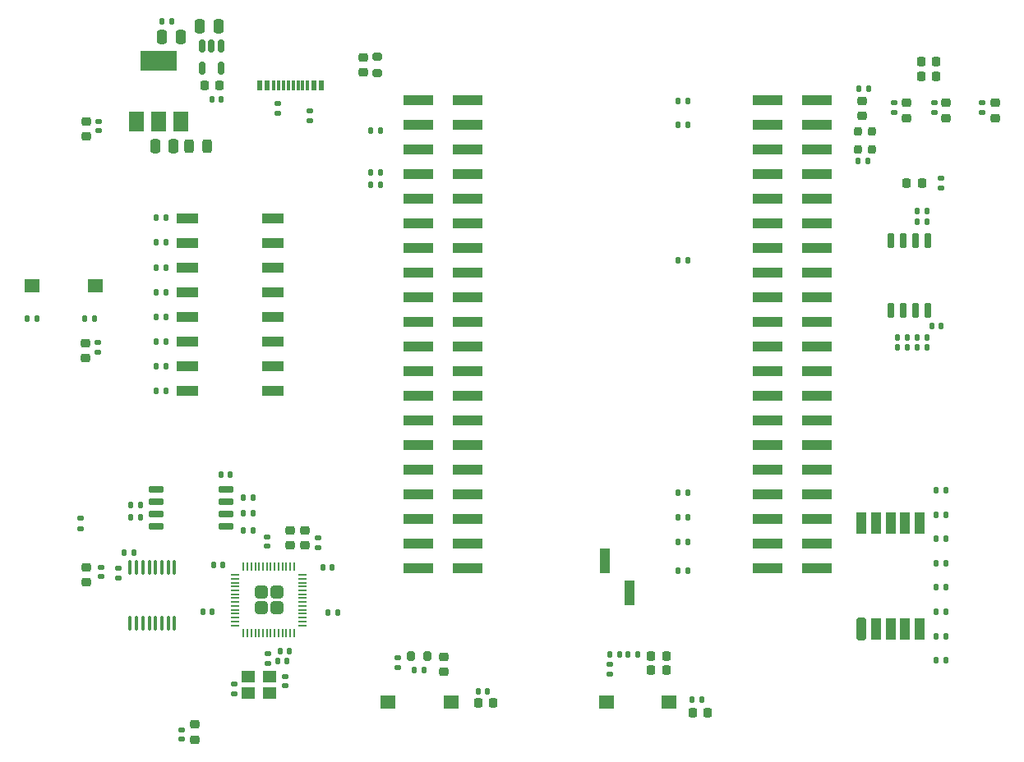
<source format=gbr>
G04 #@! TF.GenerationSoftware,KiCad,Pcbnew,7.0.9-7.0.9~ubuntu22.04.1*
G04 #@! TF.CreationDate,2023-12-15T15:20:44-05:00*
G04 #@! TF.ProjectId,tinytapeout-demo,74696e79-7461-4706-956f-75742d64656d,0.9.4*
G04 #@! TF.SameCoordinates,PX35e1f20PY8044ea0*
G04 #@! TF.FileFunction,Paste,Top*
G04 #@! TF.FilePolarity,Positive*
%FSLAX46Y46*%
G04 Gerber Fmt 4.6, Leading zero omitted, Abs format (unit mm)*
G04 Created by KiCad (PCBNEW 7.0.9-7.0.9~ubuntu22.04.1) date 2023-12-15 15:20:44*
%MOMM*%
%LPD*%
G01*
G04 APERTURE LIST*
G04 Aperture macros list*
%AMRoundRect*
0 Rectangle with rounded corners*
0 $1 Rounding radius*
0 $2 $3 $4 $5 $6 $7 $8 $9 X,Y pos of 4 corners*
0 Add a 4 corners polygon primitive as box body*
4,1,4,$2,$3,$4,$5,$6,$7,$8,$9,$2,$3,0*
0 Add four circle primitives for the rounded corners*
1,1,$1+$1,$2,$3*
1,1,$1+$1,$4,$5*
1,1,$1+$1,$6,$7*
1,1,$1+$1,$8,$9*
0 Add four rect primitives between the rounded corners*
20,1,$1+$1,$2,$3,$4,$5,0*
20,1,$1+$1,$4,$5,$6,$7,0*
20,1,$1+$1,$6,$7,$8,$9,0*
20,1,$1+$1,$8,$9,$2,$3,0*%
G04 Aperture macros list end*
%ADD10RoundRect,0.225000X0.225000X0.250000X-0.225000X0.250000X-0.225000X-0.250000X0.225000X-0.250000X0*%
%ADD11RoundRect,0.135000X0.185000X-0.135000X0.185000X0.135000X-0.185000X0.135000X-0.185000X-0.135000X0*%
%ADD12RoundRect,0.225000X-0.250000X0.225000X-0.250000X-0.225000X0.250000X-0.225000X0.250000X0.225000X0*%
%ADD13RoundRect,0.140000X-0.140000X-0.170000X0.140000X-0.170000X0.140000X0.170000X-0.140000X0.170000X0*%
%ADD14RoundRect,0.135000X-0.185000X0.135000X-0.185000X-0.135000X0.185000X-0.135000X0.185000X0.135000X0*%
%ADD15RoundRect,0.135000X0.135000X0.185000X-0.135000X0.185000X-0.135000X-0.185000X0.135000X-0.185000X0*%
%ADD16R,0.600000X1.100000*%
%ADD17R,0.300000X1.100000*%
%ADD18RoundRect,0.250000X0.250000X0.475000X-0.250000X0.475000X-0.250000X-0.475000X0.250000X-0.475000X0*%
%ADD19RoundRect,0.135000X-0.135000X-0.185000X0.135000X-0.185000X0.135000X0.185000X-0.135000X0.185000X0*%
%ADD20RoundRect,0.140000X-0.170000X0.140000X-0.170000X-0.140000X0.170000X-0.140000X0.170000X0.140000X0*%
%ADD21RoundRect,0.200000X0.200000X0.275000X-0.200000X0.275000X-0.200000X-0.275000X0.200000X-0.275000X0*%
%ADD22RoundRect,0.140000X0.170000X-0.140000X0.170000X0.140000X-0.170000X0.140000X-0.170000X-0.140000X0*%
%ADD23R,1.400000X1.200000*%
%ADD24RoundRect,0.225000X-0.225000X-0.250000X0.225000X-0.250000X0.225000X0.250000X-0.225000X0.250000X0*%
%ADD25RoundRect,0.140000X0.140000X0.170000X-0.140000X0.170000X-0.140000X-0.170000X0.140000X-0.170000X0*%
%ADD26RoundRect,0.225000X0.250000X-0.225000X0.250000X0.225000X-0.250000X0.225000X-0.250000X-0.225000X0*%
%ADD27R,1.500000X1.400000*%
%ADD28R,1.000000X2.510000*%
%ADD29R,2.200000X1.100000*%
%ADD30RoundRect,0.150000X-0.150000X0.650000X-0.150000X-0.650000X0.150000X-0.650000X0.150000X0.650000X0*%
%ADD31RoundRect,0.200000X0.300000X-0.950000X0.300000X0.950000X-0.300000X0.950000X-0.300000X-0.950000X0*%
%ADD32R,1.000000X2.300000*%
%ADD33RoundRect,0.150000X-0.650000X-0.150000X0.650000X-0.150000X0.650000X0.150000X-0.650000X0.150000X0*%
%ADD34RoundRect,0.249999X-0.395001X-0.395001X0.395001X-0.395001X0.395001X0.395001X-0.395001X0.395001X0*%
%ADD35RoundRect,0.050000X-0.387500X-0.050000X0.387500X-0.050000X0.387500X0.050000X-0.387500X0.050000X0*%
%ADD36RoundRect,0.050000X-0.050000X-0.387500X0.050000X-0.387500X0.050000X0.387500X-0.050000X0.387500X0*%
%ADD37RoundRect,0.243750X0.243750X0.456250X-0.243750X0.456250X-0.243750X-0.456250X0.243750X-0.456250X0*%
%ADD38RoundRect,0.200000X0.200000X0.250000X-0.200000X0.250000X-0.200000X-0.250000X0.200000X-0.250000X0*%
%ADD39RoundRect,0.200000X0.275000X-0.200000X0.275000X0.200000X-0.275000X0.200000X-0.275000X-0.200000X0*%
%ADD40RoundRect,0.100000X0.100000X-0.637500X0.100000X0.637500X-0.100000X0.637500X-0.100000X-0.637500X0*%
%ADD41RoundRect,0.150000X-0.150000X0.512500X-0.150000X-0.512500X0.150000X-0.512500X0.150000X0.512500X0*%
%ADD42R,1.500000X2.000000*%
%ADD43R,3.800000X2.000000*%
%ADD44R,3.150000X1.000000*%
%ADD45RoundRect,0.218750X0.256250X-0.218750X0.256250X0.218750X-0.256250X0.218750X-0.256250X-0.218750X0*%
%ADD46RoundRect,0.250000X-0.250000X-0.475000X0.250000X-0.475000X0.250000X0.475000X-0.250000X0.475000X0*%
%ADD47RoundRect,0.218750X-0.218750X-0.256250X0.218750X-0.256250X0.218750X0.256250X-0.218750X0.256250X0*%
G04 APERTURE END LIST*
D10*
G04 #@! TO.C,C21*
X94775000Y74500000D03*
X93225000Y74500000D03*
G04 #@! TD*
D11*
G04 #@! TO.C,R15*
X99500000Y70790000D03*
X99500000Y71810000D03*
G04 #@! TD*
D12*
G04 #@! TO.C,C32*
X28200000Y27700000D03*
X28200000Y26150000D03*
G04 #@! TD*
D13*
G04 #@! TO.C,C23*
X68195000Y72000000D03*
X69155000Y72000000D03*
G04 #@! TD*
G04 #@! TO.C,C36*
X26920000Y14250000D03*
X27880000Y14250000D03*
G04 #@! TD*
D14*
G04 #@! TO.C,R20*
X26900000Y71710000D03*
X26900000Y70690000D03*
G04 #@! TD*
D15*
G04 #@! TO.C,R38*
X24360000Y31050000D03*
X23340000Y31050000D03*
G04 #@! TD*
D16*
G04 #@! TO.C,J15*
X31450000Y73550000D03*
X30650000Y73550000D03*
D17*
X29500000Y73550000D03*
X28500000Y73550000D03*
X28000000Y73550000D03*
X27000000Y73550000D03*
D16*
X25050000Y73550000D03*
X25850000Y73550000D03*
D17*
X26500000Y73550000D03*
X27500000Y73550000D03*
X29000000Y73550000D03*
X30000000Y73550000D03*
G04 #@! TD*
D18*
G04 #@! TO.C,C6*
X16190000Y67290000D03*
X14290000Y67290000D03*
G04 #@! TD*
D19*
G04 #@! TO.C,R5*
X14390000Y52271429D03*
X15410000Y52271429D03*
G04 #@! TD*
D20*
G04 #@! TO.C,C56*
X8700000Y23880000D03*
X8700000Y22920000D03*
G04 #@! TD*
D18*
G04 #@! TO.C,C7*
X20800000Y79700000D03*
X18900000Y79700000D03*
G04 #@! TD*
D21*
G04 #@! TO.C,R7*
X42325000Y14750000D03*
X40675000Y14750000D03*
G04 #@! TD*
D19*
G04 #@! TO.C,R1*
X14390000Y42100000D03*
X15410000Y42100000D03*
G04 #@! TD*
D22*
G04 #@! TO.C,C29*
X22400000Y10870000D03*
X22400000Y11830000D03*
G04 #@! TD*
D13*
G04 #@! TO.C,C24*
X68195000Y29000000D03*
X69155000Y29000000D03*
G04 #@! TD*
G04 #@! TO.C,C8*
X47595000Y11100000D03*
X48555000Y11100000D03*
G04 #@! TD*
D23*
G04 #@! TO.C,Y1*
X23900000Y10900000D03*
X26100000Y10900000D03*
X26100000Y12600000D03*
X23900000Y12600000D03*
G04 #@! TD*
D11*
G04 #@! TO.C,R18*
X90400000Y70790000D03*
X90400000Y71810000D03*
G04 #@! TD*
D20*
G04 #@! TO.C,C58*
X8500000Y69880000D03*
X8500000Y68920000D03*
G04 #@! TD*
D13*
G04 #@! TO.C,C27*
X11120000Y25400000D03*
X12080000Y25400000D03*
G04 #@! TD*
D19*
G04 #@! TO.C,R11*
X14390000Y59900000D03*
X15410000Y59900000D03*
G04 #@! TD*
D24*
G04 #@! TO.C,C16*
X65400000Y13260000D03*
X66950000Y13260000D03*
G04 #@! TD*
D15*
G04 #@! TO.C,R43*
X93810000Y59500000D03*
X92790000Y59500000D03*
G04 #@! TD*
D22*
G04 #@! TO.C,C4*
X17020000Y6165000D03*
X17020000Y7125000D03*
G04 #@! TD*
D15*
G04 #@! TO.C,R24*
X95765000Y26808572D03*
X94745000Y26808572D03*
G04 #@! TD*
G04 #@! TO.C,R22*
X95765000Y31820000D03*
X94745000Y31820000D03*
G04 #@! TD*
D19*
G04 #@! TO.C,R3*
X14390000Y47185715D03*
X15410000Y47185715D03*
G04 #@! TD*
D13*
G04 #@! TO.C,C2*
X63020000Y14900000D03*
X63980000Y14900000D03*
G04 #@! TD*
D25*
G04 #@! TO.C,C18*
X69155000Y26500000D03*
X68195000Y26500000D03*
G04 #@! TD*
D14*
G04 #@! TO.C,R41*
X39250000Y14547500D03*
X39250000Y13527500D03*
G04 #@! TD*
D26*
G04 #@! TO.C,C42*
X87100000Y70425000D03*
X87100000Y71975000D03*
G04 #@! TD*
D27*
G04 #@! TO.C,SW2*
X67250000Y10000000D03*
X60750000Y10000000D03*
G04 #@! TD*
D11*
G04 #@! TO.C,R8*
X61100000Y12890000D03*
X61100000Y13910000D03*
G04 #@! TD*
D25*
G04 #@! TO.C,C28*
X87680000Y65800000D03*
X86720000Y65800000D03*
G04 #@! TD*
D13*
G04 #@! TO.C,C35*
X32120000Y19200000D03*
X33080000Y19200000D03*
G04 #@! TD*
D28*
G04 #@! TO.C,J7*
X63190000Y21245000D03*
X60650000Y24555000D03*
G04 #@! TD*
D19*
G04 #@! TO.C,R12*
X40990000Y13250000D03*
X42010000Y13250000D03*
G04 #@! TD*
D10*
G04 #@! TO.C,C25*
X94775000Y76040000D03*
X93225000Y76040000D03*
G04 #@! TD*
D12*
G04 #@! TO.C,C5*
X18400000Y7675000D03*
X18400000Y6125000D03*
G04 #@! TD*
D19*
G04 #@! TO.C,R13*
X61090000Y14900000D03*
X62110000Y14900000D03*
G04 #@! TD*
D14*
G04 #@! TO.C,R21*
X30200000Y70910000D03*
X30200000Y69890000D03*
G04 #@! TD*
D19*
G04 #@! TO.C,R42*
X86790000Y73200000D03*
X87810000Y73200000D03*
G04 #@! TD*
G04 #@! TO.C,R2*
X14390000Y44642858D03*
X15410000Y44642858D03*
G04 #@! TD*
D29*
G04 #@! TO.C,SW4*
X17600000Y59890000D03*
X17600000Y57350000D03*
X17600000Y54810000D03*
X17600000Y52270000D03*
X17600000Y49730000D03*
X17600000Y47190000D03*
X17600000Y44650000D03*
X17600000Y42110000D03*
X26400000Y42110000D03*
X26400000Y44650000D03*
X26400000Y47190000D03*
X26400000Y49730000D03*
X26400000Y52270000D03*
X26400000Y54810000D03*
X26400000Y57350000D03*
X26400000Y59890000D03*
G04 #@! TD*
D14*
G04 #@! TO.C,R19*
X95250000Y64010000D03*
X95250000Y62990000D03*
G04 #@! TD*
D30*
G04 #@! TO.C,U7*
X93905000Y57600000D03*
X92635000Y57600000D03*
X91365000Y57600000D03*
X90095000Y57600000D03*
X90095000Y50400000D03*
X91365000Y50400000D03*
X92635000Y50400000D03*
X93905000Y50400000D03*
G04 #@! TD*
D20*
G04 #@! TO.C,C30*
X27700000Y12630000D03*
X27700000Y11670000D03*
G04 #@! TD*
D15*
G04 #@! TO.C,R28*
X95765000Y16785716D03*
X94745000Y16785716D03*
G04 #@! TD*
D25*
G04 #@! TO.C,C39*
X21280000Y24100000D03*
X20320000Y24100000D03*
G04 #@! TD*
D31*
G04 #@! TO.C,U1*
X87050000Y17550000D03*
D32*
X88550000Y17550000D03*
X90050000Y17550000D03*
X91550000Y17550000D03*
X93050000Y17550000D03*
X93050000Y28450000D03*
X91550000Y28450000D03*
X90050000Y28450000D03*
X88550000Y28450000D03*
X87050000Y28450000D03*
G04 #@! TD*
D15*
G04 #@! TO.C,R23*
X95765000Y29314286D03*
X94745000Y29314286D03*
G04 #@! TD*
D25*
G04 #@! TO.C,C38*
X20180000Y19300000D03*
X19220000Y19300000D03*
G04 #@! TD*
D15*
G04 #@! TO.C,R45*
X93810000Y47600000D03*
X92790000Y47600000D03*
G04 #@! TD*
D33*
G04 #@! TO.C,U5*
X14400000Y31905000D03*
X14400000Y30635000D03*
X14400000Y29365000D03*
X14400000Y28095000D03*
X21600000Y28095000D03*
X21600000Y29365000D03*
X21600000Y30635000D03*
X21600000Y31905000D03*
G04 #@! TD*
D26*
G04 #@! TO.C,C37*
X29700000Y26125000D03*
X29700000Y27675000D03*
G04 #@! TD*
D19*
G04 #@! TO.C,R35*
X11740000Y29035000D03*
X12760000Y29035000D03*
G04 #@! TD*
D34*
G04 #@! TO.C,U6*
X25200000Y21300000D03*
X25200000Y19700000D03*
X26800000Y21300000D03*
X26800000Y19700000D03*
D35*
X22562500Y23100000D03*
X22562500Y22700000D03*
X22562500Y22300000D03*
X22562500Y21900000D03*
X22562500Y21500000D03*
X22562500Y21100000D03*
X22562500Y20700000D03*
X22562500Y20300000D03*
X22562500Y19900000D03*
X22562500Y19500000D03*
X22562500Y19100000D03*
X22562500Y18700000D03*
X22562500Y18300000D03*
X22562500Y17900000D03*
D36*
X23400000Y17062500D03*
X23800000Y17062500D03*
X24200000Y17062500D03*
X24600000Y17062500D03*
X25000000Y17062500D03*
X25400000Y17062500D03*
X25800000Y17062500D03*
X26200000Y17062500D03*
X26600000Y17062500D03*
X27000000Y17062500D03*
X27400000Y17062500D03*
X27800000Y17062500D03*
X28200000Y17062500D03*
X28600000Y17062500D03*
D35*
X29437500Y17900000D03*
X29437500Y18300000D03*
X29437500Y18700000D03*
X29437500Y19100000D03*
X29437500Y19500000D03*
X29437500Y19900000D03*
X29437500Y20300000D03*
X29437500Y20700000D03*
X29437500Y21100000D03*
X29437500Y21500000D03*
X29437500Y21900000D03*
X29437500Y22300000D03*
X29437500Y22700000D03*
X29437500Y23100000D03*
D36*
X28600000Y23937500D03*
X28200000Y23937500D03*
X27800000Y23937500D03*
X27400000Y23937500D03*
X27000000Y23937500D03*
X26600000Y23937500D03*
X26200000Y23937500D03*
X25800000Y23937500D03*
X25400000Y23937500D03*
X25000000Y23937500D03*
X24600000Y23937500D03*
X24200000Y23937500D03*
X23800000Y23937500D03*
X23400000Y23937500D03*
G04 #@! TD*
D22*
G04 #@! TO.C,C33*
X31100000Y25920000D03*
X31100000Y26880000D03*
G04 #@! TD*
D15*
G04 #@! TO.C,R27*
X95765000Y19291430D03*
X94745000Y19291430D03*
G04 #@! TD*
D13*
G04 #@! TO.C,C20*
X68195000Y55500000D03*
X69155000Y55500000D03*
G04 #@! TD*
D10*
G04 #@! TO.C,C9*
X49150000Y9900000D03*
X47600000Y9900000D03*
G04 #@! TD*
D37*
G04 #@! TO.C,F1*
X19627500Y67302500D03*
X17752500Y67302500D03*
G04 #@! TD*
D13*
G04 #@! TO.C,C12*
X15020000Y80200000D03*
X15980000Y80200000D03*
G04 #@! TD*
D19*
G04 #@! TO.C,R40*
X11740000Y30335000D03*
X12760000Y30335000D03*
G04 #@! TD*
D11*
G04 #@! TO.C,R37*
X25900000Y13990000D03*
X25900000Y15010000D03*
G04 #@! TD*
D13*
G04 #@! TO.C,C26*
X68195000Y23500000D03*
X69155000Y23500000D03*
G04 #@! TD*
G04 #@! TO.C,C19*
X68195000Y69500000D03*
X69155000Y69500000D03*
G04 #@! TD*
D38*
G04 #@! TO.C,X1*
X88125000Y66975000D03*
X88125000Y68825000D03*
X86675000Y68825000D03*
X86675000Y66975000D03*
G04 #@! TD*
D10*
G04 #@! TO.C,C15*
X71225000Y8900000D03*
X69675000Y8900000D03*
G04 #@! TD*
D27*
G04 #@! TO.C,SW3*
X1650000Y52900000D03*
X8150000Y52900000D03*
G04 #@! TD*
D39*
G04 #@! TO.C,R16*
X37200000Y74875000D03*
X37200000Y76525000D03*
G04 #@! TD*
D24*
G04 #@! TO.C,C17*
X65400000Y14760000D03*
X66950000Y14760000D03*
G04 #@! TD*
D40*
G04 #@! TO.C,U4*
X11725000Y18137500D03*
X12375000Y18137500D03*
X13025000Y18137500D03*
X13675000Y18137500D03*
X14325000Y18137500D03*
X14975000Y18137500D03*
X15625000Y18137500D03*
X16275000Y18137500D03*
X16275000Y23862500D03*
X15625000Y23862500D03*
X14975000Y23862500D03*
X14325000Y23862500D03*
X13675000Y23862500D03*
X13025000Y23862500D03*
X12375000Y23862500D03*
X11725000Y23862500D03*
G04 #@! TD*
D27*
G04 #@! TO.C,SW1*
X44750000Y10000000D03*
X38250000Y10000000D03*
G04 #@! TD*
D26*
G04 #@! TO.C,C3*
X35700000Y74925000D03*
X35700000Y76475000D03*
G04 #@! TD*
D11*
G04 #@! TO.C,R17*
X94550000Y70790000D03*
X94550000Y71810000D03*
G04 #@! TD*
D13*
G04 #@! TO.C,C34*
X31570000Y23900000D03*
X32530000Y23900000D03*
G04 #@! TD*
D15*
G04 #@! TO.C,R31*
X37510000Y64600000D03*
X36490000Y64600000D03*
G04 #@! TD*
D41*
G04 #@! TO.C,U3*
X21050000Y77637500D03*
X20100000Y77637500D03*
X19150000Y77637500D03*
X19150000Y75362500D03*
X21050000Y75362500D03*
G04 #@! TD*
D20*
G04 #@! TO.C,C60*
X8400000Y47030000D03*
X8400000Y46070000D03*
G04 #@! TD*
D42*
G04 #@! TO.C,U2*
X12350000Y69850000D03*
X14650000Y69850000D03*
D43*
X14650000Y76150000D03*
D42*
X16950000Y69850000D03*
G04 #@! TD*
D15*
G04 #@! TO.C,R25*
X95765000Y24302858D03*
X94745000Y24302858D03*
G04 #@! TD*
G04 #@! TO.C,R29*
X95765000Y14280000D03*
X94745000Y14280000D03*
G04 #@! TD*
D26*
G04 #@! TO.C,C61*
X7150000Y45425000D03*
X7150000Y46975000D03*
G04 #@! TD*
D15*
G04 #@! TO.C,R47*
X93810000Y46600000D03*
X92790000Y46600000D03*
G04 #@! TD*
D19*
G04 #@! TO.C,R6*
X14390000Y54814286D03*
X15410000Y54814286D03*
G04 #@! TD*
D10*
G04 #@! TO.C,C11*
X20925000Y73600000D03*
X19375000Y73600000D03*
G04 #@! TD*
D44*
G04 #@! TO.C,J4*
X41395000Y72030000D03*
X46445000Y72030000D03*
X41395000Y69490000D03*
X46445000Y69490000D03*
X41395000Y66950000D03*
X46445000Y66950000D03*
X41395000Y64410000D03*
X46445000Y64410000D03*
X41395000Y61870000D03*
X46445000Y61870000D03*
X41395000Y59330000D03*
X46445000Y59330000D03*
X41395000Y56790000D03*
X46445000Y56790000D03*
X41395000Y54250000D03*
X46445000Y54250000D03*
X41395000Y51710000D03*
X46445000Y51710000D03*
X41395000Y49170000D03*
X46445000Y49170000D03*
X41395000Y46630000D03*
X46445000Y46630000D03*
X41395000Y44090000D03*
X46445000Y44090000D03*
X41395000Y41550000D03*
X46445000Y41550000D03*
X41395000Y39010000D03*
X46445000Y39010000D03*
X41395000Y36470000D03*
X46445000Y36470000D03*
X41395000Y33930000D03*
X46445000Y33930000D03*
X41395000Y31390000D03*
X46445000Y31390000D03*
X41395000Y28850000D03*
X46445000Y28850000D03*
X41395000Y26310000D03*
X46445000Y26310000D03*
X41395000Y23770000D03*
X46445000Y23770000D03*
X77395000Y72030000D03*
X82445000Y72030000D03*
X77395000Y69490000D03*
X82445000Y69490000D03*
X77395000Y66950000D03*
X82445000Y66950000D03*
X77395000Y64410000D03*
X82445000Y64410000D03*
X77395000Y61870000D03*
X82445000Y61870000D03*
X77395000Y59330000D03*
X82445000Y59330000D03*
X77395000Y56790000D03*
X82445000Y56790000D03*
X77395000Y54250000D03*
X82445000Y54250000D03*
X77395000Y51710000D03*
X82445000Y51710000D03*
X77395000Y49170000D03*
X82445000Y49170000D03*
X77395000Y46630000D03*
X82445000Y46630000D03*
X77395000Y44090000D03*
X82445000Y44090000D03*
X77395000Y41550000D03*
X82445000Y41550000D03*
X77395000Y39010000D03*
X82445000Y39010000D03*
X77395000Y36470000D03*
X82445000Y36470000D03*
X77395000Y33930000D03*
X82445000Y33930000D03*
X77395000Y31390000D03*
X82445000Y31390000D03*
X77395000Y28850000D03*
X82445000Y28850000D03*
X77395000Y26310000D03*
X82445000Y26310000D03*
X77395000Y23770000D03*
X82445000Y23770000D03*
G04 #@! TD*
D25*
G04 #@! TO.C,C43*
X95280000Y48800000D03*
X94320000Y48800000D03*
G04 #@! TD*
D19*
G04 #@! TO.C,R10*
X14390000Y57357143D03*
X15410000Y57357143D03*
G04 #@! TD*
D45*
G04 #@! TO.C,D2*
X95800000Y70212500D03*
X95800000Y71787500D03*
G04 #@! TD*
D19*
G04 #@! TO.C,R30*
X36490000Y68900000D03*
X37510000Y68900000D03*
G04 #@! TD*
D15*
G04 #@! TO.C,R44*
X93810000Y60600000D03*
X92790000Y60600000D03*
G04 #@! TD*
G04 #@! TO.C,R26*
X95765000Y21797144D03*
X94745000Y21797144D03*
G04 #@! TD*
D22*
G04 #@! TO.C,C41*
X25800000Y26070000D03*
X25800000Y27030000D03*
G04 #@! TD*
D25*
G04 #@! TO.C,C13*
X21080000Y72100000D03*
X20120000Y72100000D03*
G04 #@! TD*
D15*
G04 #@! TO.C,R48*
X91810000Y47600000D03*
X90790000Y47600000D03*
G04 #@! TD*
D26*
G04 #@! TO.C,C57*
X7200000Y22325000D03*
X7200000Y23875000D03*
G04 #@! TD*
D13*
G04 #@! TO.C,C14*
X69620000Y10200000D03*
X70580000Y10200000D03*
G04 #@! TD*
D45*
G04 #@! TO.C,D3*
X91700000Y70212500D03*
X91700000Y71787500D03*
G04 #@! TD*
D15*
G04 #@! TO.C,R34*
X24410000Y29450000D03*
X23390000Y29450000D03*
G04 #@! TD*
D19*
G04 #@! TO.C,R9*
X6990000Y49500000D03*
X8010000Y49500000D03*
G04 #@! TD*
D15*
G04 #@! TO.C,R46*
X91810000Y46600000D03*
X90790000Y46600000D03*
G04 #@! TD*
D14*
G04 #@! TO.C,R33*
X10500000Y23810000D03*
X10500000Y22790000D03*
G04 #@! TD*
D45*
G04 #@! TO.C,D1*
X100800000Y70212500D03*
X100800000Y71787500D03*
G04 #@! TD*
D15*
G04 #@! TO.C,R39*
X24410000Y27700000D03*
X23390000Y27700000D03*
G04 #@! TD*
D46*
G04 #@! TO.C,C10*
X15000000Y78540000D03*
X16900000Y78540000D03*
G04 #@! TD*
D47*
G04 #@! TO.C,D4*
X91712500Y63500000D03*
X93287500Y63500000D03*
G04 #@! TD*
D19*
G04 #@! TO.C,R32*
X36490000Y63300000D03*
X37510000Y63300000D03*
G04 #@! TD*
G04 #@! TO.C,R4*
X14390000Y49728572D03*
X15410000Y49728572D03*
G04 #@! TD*
D13*
G04 #@! TO.C,C40*
X27170000Y15200000D03*
X28130000Y15200000D03*
G04 #@! TD*
D26*
G04 #@! TO.C,C1*
X44000000Y13125000D03*
X44000000Y14675000D03*
G04 #@! TD*
D11*
G04 #@! TO.C,R36*
X6600000Y27890000D03*
X6600000Y28910000D03*
G04 #@! TD*
D26*
G04 #@! TO.C,C59*
X7200000Y68325000D03*
X7200000Y69875000D03*
G04 #@! TD*
D13*
G04 #@! TO.C,C31*
X21070000Y33400000D03*
X22030000Y33400000D03*
G04 #@! TD*
G04 #@! TO.C,C22*
X68195000Y31540000D03*
X69155000Y31540000D03*
G04 #@! TD*
D19*
G04 #@! TO.C,R14*
X1090000Y49500000D03*
X2110000Y49500000D03*
G04 #@! TD*
M02*

</source>
